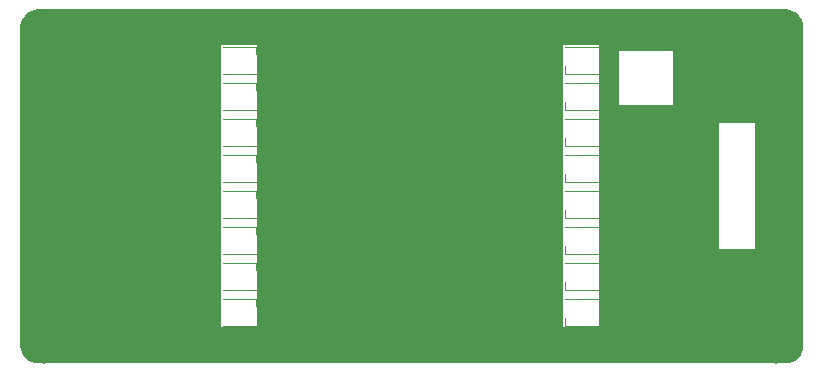
<source format=gbr>
%TF.GenerationSoftware,KiCad,Pcbnew,9.0.0*%
%TF.CreationDate,2025-03-29T11:26:47-04:00*%
%TF.ProjectId,mainboard,6d61696e-626f-4617-9264-2e6b69636164,rev?*%
%TF.SameCoordinates,Original*%
%TF.FileFunction,Legend,Bot*%
%TF.FilePolarity,Positive*%
%FSLAX46Y46*%
G04 Gerber Fmt 4.6, Leading zero omitted, Abs format (unit mm)*
G04 Created by KiCad (PCBNEW 9.0.0) date 2025-03-29 11:26:47*
%MOMM*%
%LPD*%
G01*
G04 APERTURE LIST*
%ADD10C,0.150000*%
%ADD11C,0.120000*%
%ADD12R,1.350000X1.350000*%
%ADD13O,1.350000X1.350000*%
%ADD14R,1.700000X1.700000*%
%ADD15O,1.700000X1.700000*%
%ADD16R,0.700000X0.700000*%
G04 APERTURE END LIST*
D10*
X216662000Y-76200000D02*
X216662000Y-106172000D01*
X173101000Y-76454000D02*
X198247000Y-76454000D01*
X198247000Y-105918000D01*
X173101000Y-105918000D01*
X173101000Y-76454000D01*
X154686000Y-76200000D02*
X154686000Y-106172000D01*
D11*
%TO.C,D32*%
X169776000Y-79368000D02*
X172616000Y-79368000D01*
X169776000Y-81668000D02*
X172616000Y-81668000D01*
X172616000Y-80018000D02*
X172616000Y-79368000D01*
%TO.C,D21*%
X198732000Y-93210000D02*
X198732000Y-93860000D01*
X201572000Y-91560000D02*
X198732000Y-91560000D01*
X201572000Y-93860000D02*
X198732000Y-93860000D01*
%TO.C,D27*%
X169776000Y-94608000D02*
X172616000Y-94608000D01*
X169776000Y-96908000D02*
X172616000Y-96908000D01*
X172616000Y-95258000D02*
X172616000Y-94608000D01*
%TO.C,D19*%
X198732000Y-87114000D02*
X198732000Y-87764000D01*
X201572000Y-85464000D02*
X198732000Y-85464000D01*
X201572000Y-87764000D02*
X198732000Y-87764000D01*
%TO.C,D18*%
X198732000Y-84066000D02*
X198732000Y-84716000D01*
X201572000Y-82416000D02*
X198732000Y-82416000D01*
X201572000Y-84716000D02*
X198732000Y-84716000D01*
%TO.C,D17*%
X198732000Y-81018000D02*
X198732000Y-81668000D01*
X201572000Y-79368000D02*
X198732000Y-79368000D01*
X201572000Y-81668000D02*
X198732000Y-81668000D01*
%TO.C,D30*%
X169776000Y-85464000D02*
X172616000Y-85464000D01*
X169776000Y-87764000D02*
X172616000Y-87764000D01*
X172616000Y-86114000D02*
X172616000Y-85464000D01*
%TO.C,D23*%
X198732000Y-99306000D02*
X198732000Y-99956000D01*
X201572000Y-97656000D02*
X198732000Y-97656000D01*
X201572000Y-99956000D02*
X198732000Y-99956000D01*
%TO.C,D24*%
X198732000Y-102354000D02*
X198732000Y-103004000D01*
X201572000Y-100704000D02*
X198732000Y-100704000D01*
X201572000Y-103004000D02*
X198732000Y-103004000D01*
%TO.C,D31*%
X169776000Y-82416000D02*
X172616000Y-82416000D01*
X169776000Y-84716000D02*
X172616000Y-84716000D01*
X172616000Y-83066000D02*
X172616000Y-82416000D01*
%TO.C,D29*%
X169776000Y-88512000D02*
X172616000Y-88512000D01*
X169776000Y-90812000D02*
X172616000Y-90812000D01*
X172616000Y-89162000D02*
X172616000Y-88512000D01*
%TO.C,D25*%
X169776000Y-100704000D02*
X172616000Y-100704000D01*
X169776000Y-103004000D02*
X172616000Y-103004000D01*
X172616000Y-101354000D02*
X172616000Y-100704000D01*
%TO.C,D28*%
X169776000Y-91560000D02*
X172616000Y-91560000D01*
X169776000Y-93860000D02*
X172616000Y-93860000D01*
X172616000Y-92210000D02*
X172616000Y-91560000D01*
%TO.C,D26*%
X169776000Y-97656000D02*
X172616000Y-97656000D01*
X169776000Y-99956000D02*
X172616000Y-99956000D01*
X172616000Y-98306000D02*
X172616000Y-97656000D01*
%TO.C,D20*%
X198732000Y-90162000D02*
X198732000Y-90812000D01*
X201572000Y-88512000D02*
X198732000Y-88512000D01*
X201572000Y-90812000D02*
X198732000Y-90812000D01*
%TO.C,D22*%
X198732000Y-96258000D02*
X198732000Y-96908000D01*
X201572000Y-94608000D02*
X198732000Y-94608000D01*
X201572000Y-96908000D02*
X198732000Y-96908000D01*
%TD*%
G36*
X217425223Y-76200024D02*
G01*
X217535222Y-76202181D01*
X217552189Y-76203684D01*
X217770680Y-76238290D01*
X217789600Y-76242832D01*
X217998827Y-76310813D01*
X218016804Y-76318259D01*
X218212826Y-76418138D01*
X218229416Y-76428305D01*
X218407393Y-76557612D01*
X218422189Y-76570249D01*
X218577750Y-76725810D01*
X218590387Y-76740606D01*
X218719694Y-76918583D01*
X218729861Y-76935173D01*
X218829740Y-77131195D01*
X218837186Y-77149172D01*
X218905167Y-77358399D01*
X218909709Y-77377319D01*
X218944315Y-77595810D01*
X218945818Y-77612776D01*
X218947976Y-77722776D01*
X218948000Y-77725208D01*
X218948000Y-104646791D01*
X218947976Y-104649223D01*
X218945818Y-104759223D01*
X218944315Y-104776189D01*
X218909709Y-104994680D01*
X218905167Y-105013600D01*
X218837186Y-105222827D01*
X218829740Y-105240804D01*
X218729861Y-105436826D01*
X218719694Y-105453416D01*
X218590387Y-105631393D01*
X218577750Y-105646189D01*
X218422189Y-105801750D01*
X218407393Y-105814387D01*
X218229416Y-105943694D01*
X218212826Y-105953861D01*
X218016804Y-106053740D01*
X217998827Y-106061186D01*
X217789600Y-106129167D01*
X217770680Y-106133709D01*
X217552189Y-106168315D01*
X217535223Y-106169818D01*
X217425224Y-106171976D01*
X217422792Y-106172000D01*
X154179208Y-106172000D01*
X154176776Y-106171976D01*
X154066776Y-106169818D01*
X154049810Y-106168315D01*
X153831319Y-106133709D01*
X153812399Y-106129167D01*
X153603172Y-106061186D01*
X153585195Y-106053740D01*
X153389173Y-105953861D01*
X153372583Y-105943694D01*
X153194606Y-105814387D01*
X153179810Y-105801750D01*
X153024249Y-105646189D01*
X153011612Y-105631393D01*
X152882305Y-105453416D01*
X152872138Y-105436826D01*
X152772259Y-105240804D01*
X152764813Y-105222827D01*
X152696832Y-105013600D01*
X152692290Y-104994680D01*
X152657684Y-104776189D01*
X152656181Y-104759222D01*
X152654024Y-104649222D01*
X152654000Y-104646791D01*
X152654000Y-103124000D01*
X169672000Y-103124000D01*
X172720000Y-103124000D01*
X198628000Y-103124000D01*
X201676000Y-103124000D01*
X201676000Y-96520000D01*
X211836000Y-96520000D01*
X214884000Y-96520000D01*
X214884000Y-85852000D01*
X211836000Y-85852000D01*
X211836000Y-96520000D01*
X201676000Y-96520000D01*
X201676000Y-84328000D01*
X203327000Y-84328000D01*
X207899000Y-84328000D01*
X207899000Y-79756000D01*
X203327000Y-79756000D01*
X203327000Y-84328000D01*
X201676000Y-84328000D01*
X201676000Y-79248000D01*
X198628000Y-79248000D01*
X198628000Y-103124000D01*
X172720000Y-103124000D01*
X172720000Y-79248000D01*
X169672000Y-79248000D01*
X169672000Y-103124000D01*
X152654000Y-103124000D01*
X152654000Y-77725208D01*
X152654024Y-77722777D01*
X152656181Y-77612777D01*
X152657684Y-77595810D01*
X152692290Y-77377319D01*
X152696832Y-77358399D01*
X152764813Y-77149172D01*
X152772259Y-77131195D01*
X152872138Y-76935173D01*
X152882305Y-76918583D01*
X153011612Y-76740606D01*
X153024249Y-76725810D01*
X153179810Y-76570249D01*
X153194606Y-76557612D01*
X153372583Y-76428305D01*
X153389173Y-76418138D01*
X153585195Y-76318259D01*
X153603172Y-76310813D01*
X153812399Y-76242832D01*
X153831319Y-76238290D01*
X154049810Y-76203684D01*
X154066777Y-76202181D01*
X154176777Y-76200024D01*
X154179208Y-76200000D01*
X217422792Y-76200000D01*
X217425223Y-76200024D01*
G37*
%LPC*%
D12*
%TO.C,J3*%
X204597000Y-81026000D03*
D13*
X206597000Y-81026000D03*
%TD*%
D14*
%TO.C,J1*%
X213360000Y-87386000D03*
D15*
X213360000Y-89926000D03*
X213360000Y-92466000D03*
X213360000Y-95006000D03*
%TD*%
D12*
%TO.C,J2*%
X204597000Y-83058000D03*
D13*
X206597000Y-83058000D03*
%TD*%
D16*
%TO.C,D32*%
X172111000Y-79968000D03*
X172111000Y-81068000D03*
X170281000Y-81068000D03*
X170281000Y-79968000D03*
%TD*%
%TO.C,D21*%
X199237000Y-93260000D03*
X199237000Y-92160000D03*
X201067000Y-92160000D03*
X201067000Y-93260000D03*
%TD*%
%TO.C,D27*%
X172111000Y-95208000D03*
X172111000Y-96308000D03*
X170281000Y-96308000D03*
X170281000Y-95208000D03*
%TD*%
%TO.C,D19*%
X199237000Y-87164000D03*
X199237000Y-86064000D03*
X201067000Y-86064000D03*
X201067000Y-87164000D03*
%TD*%
%TO.C,D18*%
X199237000Y-84116000D03*
X199237000Y-83016000D03*
X201067000Y-83016000D03*
X201067000Y-84116000D03*
%TD*%
%TO.C,D17*%
X199237000Y-81068000D03*
X199237000Y-79968000D03*
X201067000Y-79968000D03*
X201067000Y-81068000D03*
%TD*%
%TO.C,D30*%
X172111000Y-86064000D03*
X172111000Y-87164000D03*
X170281000Y-87164000D03*
X170281000Y-86064000D03*
%TD*%
%TO.C,D23*%
X199237000Y-99356000D03*
X199237000Y-98256000D03*
X201067000Y-98256000D03*
X201067000Y-99356000D03*
%TD*%
%TO.C,D24*%
X199237000Y-102404000D03*
X199237000Y-101304000D03*
X201067000Y-101304000D03*
X201067000Y-102404000D03*
%TD*%
%TO.C,D31*%
X172111000Y-83016000D03*
X172111000Y-84116000D03*
X170281000Y-84116000D03*
X170281000Y-83016000D03*
%TD*%
%TO.C,D29*%
X172111000Y-89112000D03*
X172111000Y-90212000D03*
X170281000Y-90212000D03*
X170281000Y-89112000D03*
%TD*%
%TO.C,D25*%
X172111000Y-101304000D03*
X172111000Y-102404000D03*
X170281000Y-102404000D03*
X170281000Y-101304000D03*
%TD*%
%TO.C,D28*%
X172111000Y-92160000D03*
X172111000Y-93260000D03*
X170281000Y-93260000D03*
X170281000Y-92160000D03*
%TD*%
%TO.C,D26*%
X172111000Y-98256000D03*
X172111000Y-99356000D03*
X170281000Y-99356000D03*
X170281000Y-98256000D03*
%TD*%
%TO.C,D20*%
X199237000Y-90212000D03*
X199237000Y-89112000D03*
X201067000Y-89112000D03*
X201067000Y-90212000D03*
%TD*%
%TO.C,D22*%
X199237000Y-96308000D03*
X199237000Y-95208000D03*
X201067000Y-95208000D03*
X201067000Y-96308000D03*
%TD*%
%LPD*%
M02*

</source>
